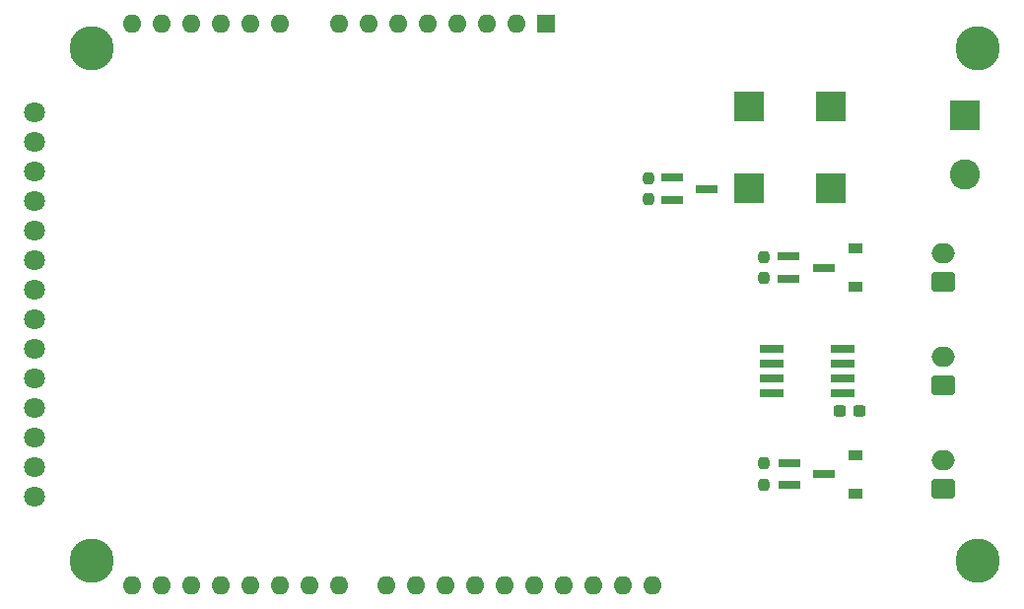
<source format=gbr>
G04 #@! TF.GenerationSoftware,KiCad,Pcbnew,(6.0.7)*
G04 #@! TF.CreationDate,2022-09-24T00:10:23+07:00*
G04 #@! TF.ProjectId,Reflow_Touch_shield_ESP32,5265666c-6f77-45f5-946f-7563685f7368,rev?*
G04 #@! TF.SameCoordinates,Original*
G04 #@! TF.FileFunction,Soldermask,Bot*
G04 #@! TF.FilePolarity,Negative*
%FSLAX46Y46*%
G04 Gerber Fmt 4.6, Leading zero omitted, Abs format (unit mm)*
G04 Created by KiCad (PCBNEW (6.0.7)) date 2022-09-24 00:10:23*
%MOMM*%
%LPD*%
G01*
G04 APERTURE LIST*
G04 Aperture macros list*
%AMRoundRect*
0 Rectangle with rounded corners*
0 $1 Rounding radius*
0 $2 $3 $4 $5 $6 $7 $8 $9 X,Y pos of 4 corners*
0 Add a 4 corners polygon primitive as box body*
4,1,4,$2,$3,$4,$5,$6,$7,$8,$9,$2,$3,0*
0 Add four circle primitives for the rounded corners*
1,1,$1+$1,$2,$3*
1,1,$1+$1,$4,$5*
1,1,$1+$1,$6,$7*
1,1,$1+$1,$8,$9*
0 Add four rect primitives between the rounded corners*
20,1,$1+$1,$2,$3,$4,$5,0*
20,1,$1+$1,$4,$5,$6,$7,0*
20,1,$1+$1,$6,$7,$8,$9,0*
20,1,$1+$1,$8,$9,$2,$3,0*%
G04 Aperture macros list end*
%ADD10RoundRect,0.250000X0.750000X-0.600000X0.750000X0.600000X-0.750000X0.600000X-0.750000X-0.600000X0*%
%ADD11O,2.000000X1.700000*%
%ADD12R,1.600000X1.600000*%
%ADD13O,1.600000X1.600000*%
%ADD14RoundRect,0.237500X0.237500X-0.250000X0.237500X0.250000X-0.237500X0.250000X-0.237500X-0.250000X0*%
%ADD15R,1.900000X0.800000*%
%ADD16R,1.200000X0.900000*%
%ADD17R,2.500000X2.500000*%
%ADD18R,2.600000X2.600000*%
%ADD19C,2.600000*%
%ADD20RoundRect,0.237500X-0.300000X-0.237500X0.300000X-0.237500X0.300000X0.237500X-0.300000X0.237500X0*%
%ADD21C,3.800000*%
%ADD22C,1.800000*%
%ADD23R,2.032000X0.660400*%
G04 APERTURE END LIST*
D10*
X161036000Y-88860000D03*
D11*
X161036000Y-86360000D03*
X161036000Y-77470000D03*
D10*
X161036000Y-79970000D03*
D11*
X161036000Y-68580000D03*
D10*
X161036000Y-71080000D03*
D12*
X126873000Y-48870000D03*
D13*
X124333000Y-48870000D03*
X121793000Y-48870000D03*
X119253000Y-48870000D03*
X116713000Y-48870000D03*
X114173000Y-48870000D03*
X111633000Y-48870000D03*
X109093000Y-48870000D03*
X104013000Y-48870000D03*
X101473000Y-48870000D03*
X98933000Y-48870000D03*
X96393000Y-48870000D03*
X93853000Y-48870000D03*
X91313000Y-48870000D03*
X91313000Y-97130000D03*
X93853000Y-97130000D03*
X96393000Y-97130000D03*
X98933000Y-97130000D03*
X101473000Y-97130000D03*
X104013000Y-97130000D03*
X106553000Y-97130000D03*
X109093000Y-97130000D03*
X113153000Y-97130000D03*
X115693000Y-97130000D03*
X118233000Y-97130000D03*
X120773000Y-97130000D03*
X123313000Y-97130000D03*
X125853000Y-97130000D03*
X128393000Y-97130000D03*
X130933000Y-97130000D03*
X133473000Y-97130000D03*
X136013000Y-97130000D03*
D14*
X135686800Y-62155700D03*
X135686800Y-63980700D03*
X145618200Y-88491700D03*
X145618200Y-86666700D03*
X145618200Y-70762500D03*
X145618200Y-68937500D03*
D15*
X140742800Y-63068200D03*
X137742800Y-62118200D03*
X137742800Y-64018200D03*
X147826600Y-88529200D03*
X147826600Y-86629200D03*
X150826600Y-87579200D03*
X147750400Y-70800000D03*
X147750400Y-68900000D03*
X150750400Y-69850000D03*
D16*
X153466800Y-71525400D03*
X153466800Y-68225400D03*
X153466800Y-89254600D03*
X153466800Y-85954600D03*
D17*
X151378800Y-56012200D03*
X144378800Y-56012200D03*
X144378800Y-63012200D03*
X151378800Y-63012200D03*
D18*
X162865000Y-56743600D03*
D19*
X162865000Y-61823600D03*
D20*
X153872100Y-82169000D03*
X152147100Y-82169000D03*
D21*
X87920000Y-95000000D03*
X164000000Y-51000000D03*
X87920000Y-51000000D03*
X164000000Y-95000000D03*
D22*
X83000000Y-56490000D03*
X83000000Y-59030000D03*
X83000000Y-61570000D03*
X83000000Y-64110000D03*
X83000000Y-66650000D03*
X83000000Y-69190000D03*
X83000000Y-71730000D03*
X83000000Y-74270000D03*
X83000000Y-76810000D03*
X83000000Y-79350000D03*
X83000000Y-81890000D03*
X83000000Y-84430000D03*
X83000000Y-86970000D03*
X83000000Y-89510000D03*
D23*
X152425400Y-76835000D03*
X152425400Y-78105000D03*
X152425400Y-79375000D03*
X152425400Y-80645000D03*
X146278600Y-80645000D03*
X146278600Y-79375000D03*
X146278600Y-78105000D03*
X146278600Y-76835000D03*
M02*

</source>
